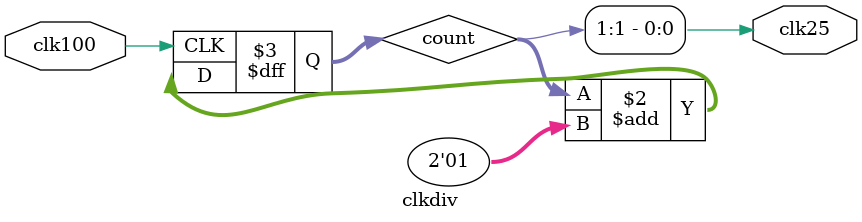
<source format=v>
`timescale 1ns / 1ps
module clkdiv(
			input clk100,
			output clk25
    );
     reg [1:0] count;
     
     
	 
	 always @(posedge clk100)
	 begin
			count <= count + 2'b1;
	 end

	assign clk25 = count[1];
endmodule


</source>
